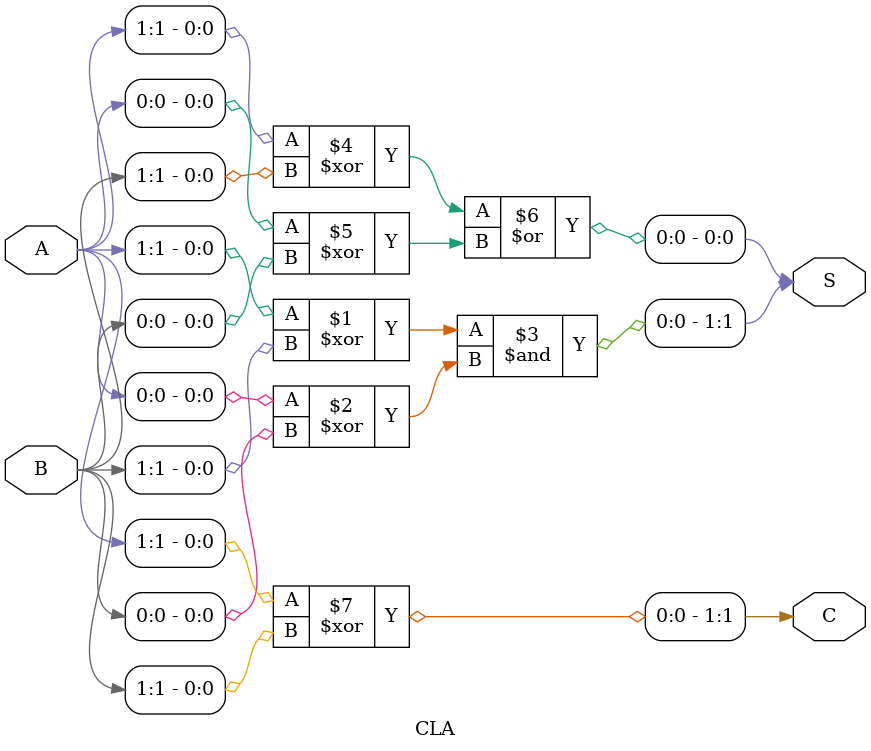
<source format=v>
module adder_32bit(A,B,S,C32);
     input [31:0] A; // Corrected input port declaration
     input [31:0] B;
     output reg [31:0] S; // Added 'reg' keyword for output ports
     output wire C32;

// Calculate carries and sum bits using 4 CLA blocks (16-bit each)
CLA cla1(.A({A[15], A[14]}), .B({B[15], B[14]}), .C({c1, c0}), .S({s3, s2}));
CLA cla2(.A({A[13], A[12]}), .B({B[13], B[12]}), .C({c2, c1}), .S({s6, s5}));
CLA cla3(.A({A[11], A[10]}), .B({B[11], B[10]}), .C({c4, c3}), .S({s9, s8}));
CLA cla4(.A({A[9],  A[8]}), .B({B[9],  B[8]}), .C({c8, c7}), .S({s15, s14}));

// Generate the output sum using the generated sum bits
assign S[15:0] = {s15, s14, s13, s12, s11, s10, s9,  s8};

// Output the least significant bit of the carry-out (C32)
CLA cla5(.A({1'b0, A[7]}), .B({1'b0, B[7]}), .C({c12, c11}), .S({s18, s17}));
CLA cla6(.A({1'b0, A[6]}), .B({1'b0, B[6]}), .C({c16, c15}), .S({s19, s18}));

// Output the most significant bit of the carry-out (C32)
assign S[31:16] = {1'b0, 1'b0, 1'b0, 1'b0, 1'b0, 1'b0, 1'b0, c8};

assign C32 = c12; // Output the final carry bit

endmodule

// CLA block implementation
module CLA(A,B,C,S);
     input [1:0] A;
     input [1:0] B;
     output wire [1:0] C;
     output wire [1:0] S;

     assign S[1] = (A[1]^B[1]) & (A[0]^B[0]);
     assign S[0] = (A[1]^B[1]) | (A[0]^B[0]);

     assign C[1] = A[1]^B[1];
endmodule
</source>
